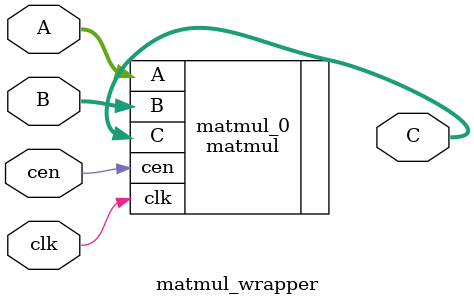
<source format=v>
module matmul_wrapper #(
    parameter R1 = 2, C1 = 2, R2 = 2, C2 = 2,
                W_A = 3, W_B = 3,
                W_C = W_A + W_B + $clog2(C1)
) (
    input wire clk, cen,
    input wire [R1*C1*W_A-1:0] A,
    input wire [R2*C2*W_B-1:0] B,
    output wire [R1*C2*W_C-1:0] C
);
    matmul #(
    .R1(R1), .C1(C1), .R2(R2), .C2(C2), .W_A(W_A), .W_B(W_B)
    ) matmul_0 (
        .clk(clk),
        .cen(cen),
        .A(A),
        .B(B),
        .C(C)
    );
endmodule
</source>
